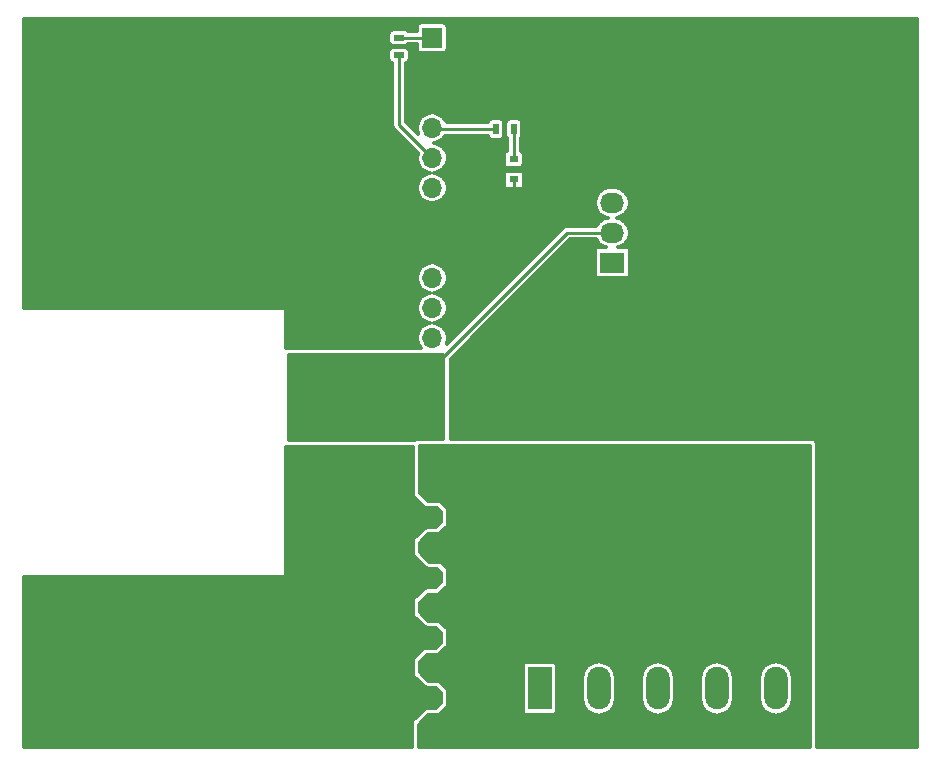
<source format=gtl>
G04 #@! TF.FileFunction,Copper,L1,Top,Signal*
%FSLAX46Y46*%
G04 Gerber Fmt 4.6, Leading zero omitted, Abs format (unit mm)*
G04 Created by KiCad (PCBNEW 4.0.7-e2-6376~58~ubuntu16.04.1) date Tue Jan 16 13:24:08 2018*
%MOMM*%
%LPD*%
G01*
G04 APERTURE LIST*
%ADD10C,0.100000*%
%ADD11R,1.700000X1.700000*%
%ADD12O,1.700000X1.700000*%
%ADD13R,0.900000X0.500000*%
%ADD14C,6.000000*%
%ADD15R,2.030000X1.730000*%
%ADD16O,2.030000X1.730000*%
%ADD17R,0.800000X0.600000*%
%ADD18R,0.500000X0.900000*%
%ADD19C,5.700000*%
%ADD20R,2.000000X3.600000*%
%ADD21O,2.000000X3.600000*%
%ADD22C,1.000000*%
%ADD23C,0.250000*%
%ADD24C,1.000000*%
%ADD25C,0.300000*%
G04 APERTURE END LIST*
D10*
D11*
X126000000Y-69000000D03*
D12*
X126000000Y-74080000D03*
X126000000Y-76620000D03*
X126000000Y-79160000D03*
X126000000Y-81700000D03*
X126000000Y-84240000D03*
X126000000Y-86780000D03*
X126000000Y-89320000D03*
X126000000Y-91860000D03*
X126000000Y-94400000D03*
X126000000Y-96940000D03*
X126000000Y-99480000D03*
X126000000Y-102020000D03*
X126000000Y-104560000D03*
X126000000Y-107100000D03*
X126000000Y-109640000D03*
X126000000Y-112180000D03*
X126000000Y-114720000D03*
X126000000Y-117260000D03*
X126000000Y-119800000D03*
X126000000Y-122340000D03*
X126000000Y-124880000D03*
X126000000Y-127420000D03*
D13*
X123200000Y-69000000D03*
X123200000Y-70500000D03*
D14*
X117500000Y-107000000D03*
X117500000Y-99500000D03*
D15*
X141250000Y-88040000D03*
D16*
X141250000Y-85500000D03*
X141250000Y-82960000D03*
D17*
X132900000Y-81000000D03*
X132900000Y-79300000D03*
D18*
X131400000Y-76750000D03*
X132900000Y-76750000D03*
D19*
X94750000Y-73250000D03*
X163750000Y-73250000D03*
X94750000Y-123250000D03*
X163750000Y-123250000D03*
D20*
X135100000Y-112000000D03*
D21*
X140100000Y-112000000D03*
X145100000Y-112000000D03*
X150100000Y-112000000D03*
X155100000Y-112000000D03*
D20*
X135100000Y-124100000D03*
D21*
X140100000Y-124100000D03*
X145100000Y-124100000D03*
X150100000Y-124100000D03*
X155100000Y-124100000D03*
D19*
X118300000Y-73250000D03*
D22*
X115000000Y-127000000D03*
X115000000Y-123000000D03*
X115000000Y-119000000D03*
X115000000Y-115000000D03*
X115000000Y-111000000D03*
X117000000Y-111000000D03*
X117000000Y-127000000D03*
X116000000Y-125000000D03*
X116000000Y-121000000D03*
X116000000Y-117000000D03*
X117000000Y-115000000D03*
X117000000Y-119000000D03*
X117000000Y-123000000D03*
X116000000Y-113000000D03*
X129000000Y-101000000D03*
X130000000Y-99000000D03*
X163000000Y-116000000D03*
X163000000Y-112000000D03*
X163000000Y-108000000D03*
X163000000Y-104000000D03*
X161000000Y-119000000D03*
X161000000Y-115000000D03*
X161000000Y-111000000D03*
X161000000Y-107000000D03*
X161000000Y-103000000D03*
X158000000Y-99000000D03*
X154000000Y-99000000D03*
X150000000Y-99000000D03*
X146000000Y-99000000D03*
X142000000Y-99000000D03*
X138000000Y-99000000D03*
X134000000Y-99000000D03*
X157000000Y-101000000D03*
X153000000Y-101000000D03*
X149000000Y-101000000D03*
X145000000Y-101000000D03*
X141000000Y-101000000D03*
X137000000Y-101000000D03*
X133000000Y-101000000D03*
X114400000Y-102200000D03*
X114400000Y-96800000D03*
X120800000Y-102200000D03*
X120800000Y-96800000D03*
D23*
X126000000Y-69000000D02*
X123200000Y-69000000D01*
X153000000Y-101000000D02*
X157000000Y-101000000D01*
X149000000Y-101000000D02*
X153000000Y-101000000D01*
X145000000Y-101000000D02*
X149000000Y-101000000D01*
X141000000Y-101000000D02*
X145000000Y-101000000D01*
X137000000Y-101000000D02*
X141000000Y-101000000D01*
X133000000Y-101000000D02*
X137000000Y-101000000D01*
X161000000Y-111000000D02*
X161000000Y-107000000D01*
X161000000Y-115000000D02*
X161000000Y-111000000D01*
X161000000Y-119000000D02*
X161000000Y-115000000D01*
X163000000Y-116000000D02*
X163000000Y-117000000D01*
X163000000Y-117000000D02*
X161000000Y-119000000D01*
X163000000Y-112000000D02*
X163000000Y-116000000D01*
X163000000Y-108000000D02*
X163000000Y-112000000D01*
X163000000Y-104000000D02*
X163000000Y-108000000D01*
X161000000Y-103000000D02*
X162000000Y-103000000D01*
X162000000Y-103000000D02*
X163000000Y-104000000D01*
X157000000Y-101000000D02*
X159000000Y-101000000D01*
X159000000Y-101000000D02*
X161000000Y-103000000D01*
X158000000Y-99000000D02*
X158000000Y-100000000D01*
X158000000Y-100000000D02*
X157000000Y-101000000D01*
X154000000Y-99000000D02*
X158000000Y-99000000D01*
X150000000Y-99000000D02*
X154000000Y-99000000D01*
X146000000Y-99000000D02*
X150000000Y-99000000D01*
X142000000Y-99000000D02*
X146000000Y-99000000D01*
X138000000Y-99000000D02*
X142000000Y-99000000D01*
X134000000Y-99000000D02*
X138000000Y-99000000D01*
X130000000Y-99000000D02*
X134000000Y-99000000D01*
X129000000Y-101000000D02*
X129000000Y-100000000D01*
X129000000Y-100000000D02*
X130000000Y-99000000D01*
X117000000Y-123000000D02*
X117000000Y-122000000D01*
X117000000Y-122000000D02*
X116000000Y-121000000D01*
X117000000Y-119000000D02*
X117000000Y-118000000D01*
X117000000Y-118000000D02*
X116000000Y-117000000D01*
X116000000Y-113000000D02*
X116000000Y-114000000D01*
X116000000Y-114000000D02*
X117000000Y-115000000D01*
X117500000Y-111242640D02*
X117242640Y-111242640D01*
X117242640Y-111242640D02*
X117000000Y-111000000D01*
X115000000Y-123000000D02*
X115000000Y-127000000D01*
X115000000Y-115000000D02*
X115000000Y-119000000D01*
X116000000Y-113000000D02*
X116000000Y-112000000D01*
X116000000Y-112000000D02*
X115000000Y-111000000D01*
X116000000Y-125000000D02*
X116000000Y-126000000D01*
X116000000Y-126000000D02*
X117000000Y-127000000D01*
X116000000Y-117000000D02*
X116000000Y-121000000D01*
X116000000Y-112742640D02*
X116000000Y-113000000D01*
X117500000Y-107000000D02*
X117500000Y-111242640D01*
X117500000Y-111242640D02*
X116000000Y-112742640D01*
X132900000Y-82000000D02*
X128240000Y-82000000D01*
X128240000Y-82000000D02*
X126000000Y-84240000D01*
X132900000Y-81000000D02*
X132900000Y-82000000D01*
X131400000Y-76750000D02*
X126130000Y-76750000D01*
X126130000Y-76750000D02*
X126000000Y-76620000D01*
X123200000Y-70500000D02*
X123200000Y-76360000D01*
X123200000Y-76360000D02*
X126000000Y-79160000D01*
X117500000Y-99500000D02*
X117100000Y-99500000D01*
X117100000Y-99500000D02*
X114400000Y-102200000D01*
X117500000Y-99500000D02*
X118100000Y-99500000D01*
X118300000Y-99700000D02*
X120800000Y-102200000D01*
X141250000Y-85500000D02*
X137440000Y-85500000D01*
X137440000Y-85500000D02*
X126000000Y-96940000D01*
D24*
X125980000Y-99500000D02*
X126000000Y-99480000D01*
D23*
X132900000Y-76750000D02*
X132900000Y-77450000D01*
X132900000Y-77450000D02*
X132900000Y-79300000D01*
D25*
G36*
X126950000Y-102950000D02*
X124800000Y-102950000D01*
X124636444Y-102980775D01*
X124528866Y-103050000D01*
X113850000Y-103050000D01*
X113850000Y-95850000D01*
X126950000Y-95850000D01*
X126950000Y-102950000D01*
X126950000Y-102950000D01*
G37*
X126950000Y-102950000D02*
X124800000Y-102950000D01*
X124636444Y-102980775D01*
X124528866Y-103050000D01*
X113850000Y-103050000D01*
X113850000Y-95850000D01*
X126950000Y-95850000D01*
X126950000Y-102950000D01*
G36*
X113700000Y-103650000D02*
X124350000Y-103650000D01*
X124350000Y-107600000D01*
X124383075Y-107769332D01*
X124481802Y-107918198D01*
X125281802Y-108718198D01*
X125424925Y-108814546D01*
X125600000Y-108850000D01*
X126413604Y-108850000D01*
X126750000Y-109186396D01*
X126750000Y-110013604D01*
X126313604Y-110450000D01*
X125600000Y-110450000D01*
X125430668Y-110483075D01*
X125281802Y-110581802D01*
X124481802Y-111381802D01*
X124385454Y-111524925D01*
X124350000Y-111700000D01*
X124350000Y-112600000D01*
X124383075Y-112769332D01*
X124481802Y-112918198D01*
X125381802Y-113818198D01*
X125524925Y-113914546D01*
X125700000Y-113950000D01*
X126413604Y-113950000D01*
X126750000Y-114286396D01*
X126750000Y-115113604D01*
X126313604Y-115550000D01*
X125600000Y-115550000D01*
X125430668Y-115583075D01*
X125281802Y-115681802D01*
X124481802Y-116481802D01*
X124385454Y-116624925D01*
X124350000Y-116800000D01*
X124350000Y-117700000D01*
X124383075Y-117869332D01*
X124481802Y-118018198D01*
X125281802Y-118818198D01*
X125424925Y-118914546D01*
X125600000Y-118950000D01*
X126313604Y-118950000D01*
X126750000Y-119386396D01*
X126750000Y-120213604D01*
X126313604Y-120650000D01*
X125500000Y-120650000D01*
X125330668Y-120683075D01*
X125181802Y-120781802D01*
X124481802Y-121481802D01*
X124385454Y-121624925D01*
X124350000Y-121800000D01*
X124350000Y-122800000D01*
X124383075Y-122969332D01*
X124481802Y-123118198D01*
X125281802Y-123918198D01*
X125424925Y-124014546D01*
X125600000Y-124050000D01*
X126313604Y-124050000D01*
X126750000Y-124486396D01*
X126750000Y-125313604D01*
X126313604Y-125750000D01*
X125600000Y-125750000D01*
X125430668Y-125783075D01*
X125281802Y-125881802D01*
X124381802Y-126781802D01*
X124285454Y-126924925D01*
X124250000Y-127100000D01*
X124250000Y-129050000D01*
X91450000Y-129050000D01*
X91450000Y-114650000D01*
X113500000Y-114650000D01*
X113554519Y-114639742D01*
X113604591Y-114607521D01*
X113638182Y-114558358D01*
X113650000Y-114500000D01*
X113650000Y-103639875D01*
X113700000Y-103650000D01*
X113700000Y-103650000D01*
G37*
X113700000Y-103650000D02*
X124350000Y-103650000D01*
X124350000Y-107600000D01*
X124383075Y-107769332D01*
X124481802Y-107918198D01*
X125281802Y-108718198D01*
X125424925Y-108814546D01*
X125600000Y-108850000D01*
X126413604Y-108850000D01*
X126750000Y-109186396D01*
X126750000Y-110013604D01*
X126313604Y-110450000D01*
X125600000Y-110450000D01*
X125430668Y-110483075D01*
X125281802Y-110581802D01*
X124481802Y-111381802D01*
X124385454Y-111524925D01*
X124350000Y-111700000D01*
X124350000Y-112600000D01*
X124383075Y-112769332D01*
X124481802Y-112918198D01*
X125381802Y-113818198D01*
X125524925Y-113914546D01*
X125700000Y-113950000D01*
X126413604Y-113950000D01*
X126750000Y-114286396D01*
X126750000Y-115113604D01*
X126313604Y-115550000D01*
X125600000Y-115550000D01*
X125430668Y-115583075D01*
X125281802Y-115681802D01*
X124481802Y-116481802D01*
X124385454Y-116624925D01*
X124350000Y-116800000D01*
X124350000Y-117700000D01*
X124383075Y-117869332D01*
X124481802Y-118018198D01*
X125281802Y-118818198D01*
X125424925Y-118914546D01*
X125600000Y-118950000D01*
X126313604Y-118950000D01*
X126750000Y-119386396D01*
X126750000Y-120213604D01*
X126313604Y-120650000D01*
X125500000Y-120650000D01*
X125330668Y-120683075D01*
X125181802Y-120781802D01*
X124481802Y-121481802D01*
X124385454Y-121624925D01*
X124350000Y-121800000D01*
X124350000Y-122800000D01*
X124383075Y-122969332D01*
X124481802Y-123118198D01*
X125281802Y-123918198D01*
X125424925Y-124014546D01*
X125600000Y-124050000D01*
X126313604Y-124050000D01*
X126750000Y-124486396D01*
X126750000Y-125313604D01*
X126313604Y-125750000D01*
X125600000Y-125750000D01*
X125430668Y-125783075D01*
X125281802Y-125881802D01*
X124381802Y-126781802D01*
X124285454Y-126924925D01*
X124250000Y-127100000D01*
X124250000Y-129050000D01*
X91450000Y-129050000D01*
X91450000Y-114650000D01*
X113500000Y-114650000D01*
X113554519Y-114639742D01*
X113604591Y-114607521D01*
X113638182Y-114558358D01*
X113650000Y-114500000D01*
X113650000Y-103639875D01*
X113700000Y-103650000D01*
G36*
X167050000Y-129050000D02*
X158550000Y-129050000D01*
X158550000Y-103400000D01*
X158519225Y-103236444D01*
X158422563Y-103086228D01*
X158275075Y-102985454D01*
X158100000Y-102950000D01*
X127550000Y-102950000D01*
X127550000Y-96203172D01*
X137678173Y-86075000D01*
X139904353Y-86075000D01*
X140141454Y-86429845D01*
X140568070Y-86714902D01*
X140744520Y-86750000D01*
X139900000Y-86750000D01*
X139845481Y-86760258D01*
X139795409Y-86792479D01*
X139761818Y-86841642D01*
X139750000Y-86900000D01*
X139750000Y-89200000D01*
X139760258Y-89254519D01*
X139792479Y-89304591D01*
X139841642Y-89338182D01*
X139900000Y-89350000D01*
X142600000Y-89350000D01*
X142654519Y-89339742D01*
X142704591Y-89307521D01*
X142738182Y-89258358D01*
X142750000Y-89200000D01*
X142750000Y-86900000D01*
X142739742Y-86845481D01*
X142707521Y-86795409D01*
X142658358Y-86761818D01*
X142600000Y-86750000D01*
X141755480Y-86750000D01*
X141931930Y-86714902D01*
X142358546Y-86429845D01*
X142643603Y-86003229D01*
X142743701Y-85500000D01*
X142643603Y-84996771D01*
X142358546Y-84570155D01*
X141931930Y-84285098D01*
X141654932Y-84230000D01*
X141931930Y-84174902D01*
X142358546Y-83889845D01*
X142643603Y-83463229D01*
X142743701Y-82960000D01*
X142643603Y-82456771D01*
X142358546Y-82030155D01*
X141931930Y-81745098D01*
X141428701Y-81645000D01*
X141071299Y-81645000D01*
X140568070Y-81745098D01*
X140141454Y-82030155D01*
X139856397Y-82456771D01*
X139756299Y-82960000D01*
X139856397Y-83463229D01*
X140141454Y-83889845D01*
X140568070Y-84174902D01*
X140845068Y-84230000D01*
X140568070Y-84285098D01*
X140141454Y-84570155D01*
X139904353Y-84925000D01*
X137440000Y-84925000D01*
X137219957Y-84968769D01*
X137033413Y-85093414D01*
X127220818Y-94906010D01*
X127226512Y-94897488D01*
X127325469Y-94400000D01*
X127226512Y-93902512D01*
X126944708Y-93480761D01*
X126522957Y-93198957D01*
X126176288Y-93130000D01*
X126522957Y-93061043D01*
X126944708Y-92779239D01*
X127226512Y-92357488D01*
X127325469Y-91860000D01*
X127226512Y-91362512D01*
X126944708Y-90940761D01*
X126522957Y-90658957D01*
X126176288Y-90590000D01*
X126522957Y-90521043D01*
X126944708Y-90239239D01*
X127226512Y-89817488D01*
X127325469Y-89320000D01*
X127226512Y-88822512D01*
X126944708Y-88400761D01*
X126522957Y-88118957D01*
X126025469Y-88020000D01*
X125974531Y-88020000D01*
X125477043Y-88118957D01*
X125055292Y-88400761D01*
X124773488Y-88822512D01*
X124674531Y-89320000D01*
X124773488Y-89817488D01*
X125055292Y-90239239D01*
X125477043Y-90521043D01*
X125823712Y-90590000D01*
X125477043Y-90658957D01*
X125055292Y-90940761D01*
X124773488Y-91362512D01*
X124674531Y-91860000D01*
X124773488Y-92357488D01*
X125055292Y-92779239D01*
X125477043Y-93061043D01*
X125823712Y-93130000D01*
X125477043Y-93198957D01*
X125055292Y-93480761D01*
X124773488Y-93902512D01*
X124674531Y-94400000D01*
X124773488Y-94897488D01*
X125009028Y-95250000D01*
X113700000Y-95250000D01*
X113650000Y-95259408D01*
X113650000Y-92000000D01*
X113639742Y-91945481D01*
X113607521Y-91895409D01*
X113558358Y-91861818D01*
X113500000Y-91850000D01*
X91450000Y-91850000D01*
X91450000Y-70250000D01*
X122291184Y-70250000D01*
X122291184Y-70750000D01*
X122322562Y-70916760D01*
X122421117Y-71069919D01*
X122571495Y-71172668D01*
X122625000Y-71183503D01*
X122625000Y-76360000D01*
X122668769Y-76580043D01*
X122793414Y-76766586D01*
X124759527Y-78732699D01*
X124674531Y-79160000D01*
X124773488Y-79657488D01*
X125055292Y-80079239D01*
X125477043Y-80361043D01*
X125823712Y-80430000D01*
X125477043Y-80498957D01*
X125055292Y-80780761D01*
X124773488Y-81202512D01*
X124674531Y-81700000D01*
X124773488Y-82197488D01*
X125055292Y-82619239D01*
X125477043Y-82901043D01*
X125974531Y-83000000D01*
X126025469Y-83000000D01*
X126522957Y-82901043D01*
X126944708Y-82619239D01*
X127226512Y-82197488D01*
X127325469Y-81700000D01*
X127226512Y-81202512D01*
X126944708Y-80780761D01*
X126522957Y-80498957D01*
X126176288Y-80430000D01*
X126213103Y-80422677D01*
X132050000Y-80422677D01*
X132050000Y-81622677D01*
X132060258Y-81677196D01*
X132092479Y-81727268D01*
X132141642Y-81760859D01*
X132200000Y-81772677D01*
X133600000Y-81772677D01*
X133654519Y-81762419D01*
X133704591Y-81730198D01*
X133738182Y-81681035D01*
X133750000Y-81622677D01*
X133750000Y-80422677D01*
X133739742Y-80368158D01*
X133707521Y-80318086D01*
X133658358Y-80284495D01*
X133600000Y-80272677D01*
X132200000Y-80272677D01*
X132145481Y-80282935D01*
X132095409Y-80315156D01*
X132061818Y-80364319D01*
X132050000Y-80422677D01*
X126213103Y-80422677D01*
X126522957Y-80361043D01*
X126944708Y-80079239D01*
X127226512Y-79657488D01*
X127325469Y-79160000D01*
X127293643Y-79000000D01*
X132041184Y-79000000D01*
X132041184Y-79600000D01*
X132072562Y-79766760D01*
X132171117Y-79919919D01*
X132321495Y-80022668D01*
X132500000Y-80058816D01*
X133300000Y-80058816D01*
X133466760Y-80027438D01*
X133619919Y-79928883D01*
X133722668Y-79778505D01*
X133758816Y-79600000D01*
X133758816Y-79000000D01*
X133727438Y-78833240D01*
X133628883Y-78680081D01*
X133478505Y-78577332D01*
X133475000Y-78576622D01*
X133475000Y-77521447D01*
X133572668Y-77378505D01*
X133608816Y-77200000D01*
X133608816Y-76300000D01*
X133577438Y-76133240D01*
X133478883Y-75980081D01*
X133328505Y-75877332D01*
X133150000Y-75841184D01*
X132650000Y-75841184D01*
X132483240Y-75872562D01*
X132330081Y-75971117D01*
X132227332Y-76121495D01*
X132191184Y-76300000D01*
X132191184Y-77200000D01*
X132222562Y-77366760D01*
X132321117Y-77519919D01*
X132325000Y-77522572D01*
X132325000Y-78577864D01*
X132180081Y-78671117D01*
X132077332Y-78821495D01*
X132041184Y-79000000D01*
X127293643Y-79000000D01*
X127226512Y-78662512D01*
X126944708Y-78240761D01*
X126522957Y-77958957D01*
X126176288Y-77890000D01*
X126522957Y-77821043D01*
X126944708Y-77539239D01*
X127087857Y-77325000D01*
X130714704Y-77325000D01*
X130722562Y-77366760D01*
X130821117Y-77519919D01*
X130971495Y-77622668D01*
X131150000Y-77658816D01*
X131650000Y-77658816D01*
X131816760Y-77627438D01*
X131969919Y-77528883D01*
X132072668Y-77378505D01*
X132108816Y-77200000D01*
X132108816Y-76300000D01*
X132077438Y-76133240D01*
X131978883Y-75980081D01*
X131828505Y-75877332D01*
X131650000Y-75841184D01*
X131150000Y-75841184D01*
X130983240Y-75872562D01*
X130830081Y-75971117D01*
X130727332Y-76121495D01*
X130716497Y-76175000D01*
X127236953Y-76175000D01*
X127226512Y-76122512D01*
X126944708Y-75700761D01*
X126522957Y-75418957D01*
X126025469Y-75320000D01*
X125974531Y-75320000D01*
X125477043Y-75418957D01*
X125055292Y-75700761D01*
X124773488Y-76122512D01*
X124674531Y-76620000D01*
X124773488Y-77117488D01*
X124779183Y-77126011D01*
X123775000Y-76121828D01*
X123775000Y-71185296D01*
X123816760Y-71177438D01*
X123969919Y-71078883D01*
X124072668Y-70928505D01*
X124108816Y-70750000D01*
X124108816Y-70250000D01*
X124077438Y-70083240D01*
X123978883Y-69930081D01*
X123828505Y-69827332D01*
X123650000Y-69791184D01*
X122750000Y-69791184D01*
X122583240Y-69822562D01*
X122430081Y-69921117D01*
X122327332Y-70071495D01*
X122291184Y-70250000D01*
X91450000Y-70250000D01*
X91450000Y-68750000D01*
X122291184Y-68750000D01*
X122291184Y-69250000D01*
X122322562Y-69416760D01*
X122421117Y-69569919D01*
X122571495Y-69672668D01*
X122750000Y-69708816D01*
X123650000Y-69708816D01*
X123816760Y-69677438D01*
X123969919Y-69578883D01*
X123972572Y-69575000D01*
X124691184Y-69575000D01*
X124691184Y-69850000D01*
X124722562Y-70016760D01*
X124821117Y-70169919D01*
X124971495Y-70272668D01*
X125150000Y-70308816D01*
X126850000Y-70308816D01*
X127016760Y-70277438D01*
X127169919Y-70178883D01*
X127272668Y-70028505D01*
X127308816Y-69850000D01*
X127308816Y-68150000D01*
X127277438Y-67983240D01*
X127178883Y-67830081D01*
X127028505Y-67727332D01*
X126850000Y-67691184D01*
X125150000Y-67691184D01*
X124983240Y-67722562D01*
X124830081Y-67821117D01*
X124727332Y-67971495D01*
X124691184Y-68150000D01*
X124691184Y-68425000D01*
X123971447Y-68425000D01*
X123828505Y-68327332D01*
X123650000Y-68291184D01*
X122750000Y-68291184D01*
X122583240Y-68322562D01*
X122430081Y-68421117D01*
X122327332Y-68571495D01*
X122291184Y-68750000D01*
X91450000Y-68750000D01*
X91450000Y-67450000D01*
X167050000Y-67450000D01*
X167050000Y-129050000D01*
X167050000Y-129050000D01*
G37*
X167050000Y-129050000D02*
X158550000Y-129050000D01*
X158550000Y-103400000D01*
X158519225Y-103236444D01*
X158422563Y-103086228D01*
X158275075Y-102985454D01*
X158100000Y-102950000D01*
X127550000Y-102950000D01*
X127550000Y-96203172D01*
X137678173Y-86075000D01*
X139904353Y-86075000D01*
X140141454Y-86429845D01*
X140568070Y-86714902D01*
X140744520Y-86750000D01*
X139900000Y-86750000D01*
X139845481Y-86760258D01*
X139795409Y-86792479D01*
X139761818Y-86841642D01*
X139750000Y-86900000D01*
X139750000Y-89200000D01*
X139760258Y-89254519D01*
X139792479Y-89304591D01*
X139841642Y-89338182D01*
X139900000Y-89350000D01*
X142600000Y-89350000D01*
X142654519Y-89339742D01*
X142704591Y-89307521D01*
X142738182Y-89258358D01*
X142750000Y-89200000D01*
X142750000Y-86900000D01*
X142739742Y-86845481D01*
X142707521Y-86795409D01*
X142658358Y-86761818D01*
X142600000Y-86750000D01*
X141755480Y-86750000D01*
X141931930Y-86714902D01*
X142358546Y-86429845D01*
X142643603Y-86003229D01*
X142743701Y-85500000D01*
X142643603Y-84996771D01*
X142358546Y-84570155D01*
X141931930Y-84285098D01*
X141654932Y-84230000D01*
X141931930Y-84174902D01*
X142358546Y-83889845D01*
X142643603Y-83463229D01*
X142743701Y-82960000D01*
X142643603Y-82456771D01*
X142358546Y-82030155D01*
X141931930Y-81745098D01*
X141428701Y-81645000D01*
X141071299Y-81645000D01*
X140568070Y-81745098D01*
X140141454Y-82030155D01*
X139856397Y-82456771D01*
X139756299Y-82960000D01*
X139856397Y-83463229D01*
X140141454Y-83889845D01*
X140568070Y-84174902D01*
X140845068Y-84230000D01*
X140568070Y-84285098D01*
X140141454Y-84570155D01*
X139904353Y-84925000D01*
X137440000Y-84925000D01*
X137219957Y-84968769D01*
X137033413Y-85093414D01*
X127220818Y-94906010D01*
X127226512Y-94897488D01*
X127325469Y-94400000D01*
X127226512Y-93902512D01*
X126944708Y-93480761D01*
X126522957Y-93198957D01*
X126176288Y-93130000D01*
X126522957Y-93061043D01*
X126944708Y-92779239D01*
X127226512Y-92357488D01*
X127325469Y-91860000D01*
X127226512Y-91362512D01*
X126944708Y-90940761D01*
X126522957Y-90658957D01*
X126176288Y-90590000D01*
X126522957Y-90521043D01*
X126944708Y-90239239D01*
X127226512Y-89817488D01*
X127325469Y-89320000D01*
X127226512Y-88822512D01*
X126944708Y-88400761D01*
X126522957Y-88118957D01*
X126025469Y-88020000D01*
X125974531Y-88020000D01*
X125477043Y-88118957D01*
X125055292Y-88400761D01*
X124773488Y-88822512D01*
X124674531Y-89320000D01*
X124773488Y-89817488D01*
X125055292Y-90239239D01*
X125477043Y-90521043D01*
X125823712Y-90590000D01*
X125477043Y-90658957D01*
X125055292Y-90940761D01*
X124773488Y-91362512D01*
X124674531Y-91860000D01*
X124773488Y-92357488D01*
X125055292Y-92779239D01*
X125477043Y-93061043D01*
X125823712Y-93130000D01*
X125477043Y-93198957D01*
X125055292Y-93480761D01*
X124773488Y-93902512D01*
X124674531Y-94400000D01*
X124773488Y-94897488D01*
X125009028Y-95250000D01*
X113700000Y-95250000D01*
X113650000Y-95259408D01*
X113650000Y-92000000D01*
X113639742Y-91945481D01*
X113607521Y-91895409D01*
X113558358Y-91861818D01*
X113500000Y-91850000D01*
X91450000Y-91850000D01*
X91450000Y-70250000D01*
X122291184Y-70250000D01*
X122291184Y-70750000D01*
X122322562Y-70916760D01*
X122421117Y-71069919D01*
X122571495Y-71172668D01*
X122625000Y-71183503D01*
X122625000Y-76360000D01*
X122668769Y-76580043D01*
X122793414Y-76766586D01*
X124759527Y-78732699D01*
X124674531Y-79160000D01*
X124773488Y-79657488D01*
X125055292Y-80079239D01*
X125477043Y-80361043D01*
X125823712Y-80430000D01*
X125477043Y-80498957D01*
X125055292Y-80780761D01*
X124773488Y-81202512D01*
X124674531Y-81700000D01*
X124773488Y-82197488D01*
X125055292Y-82619239D01*
X125477043Y-82901043D01*
X125974531Y-83000000D01*
X126025469Y-83000000D01*
X126522957Y-82901043D01*
X126944708Y-82619239D01*
X127226512Y-82197488D01*
X127325469Y-81700000D01*
X127226512Y-81202512D01*
X126944708Y-80780761D01*
X126522957Y-80498957D01*
X126176288Y-80430000D01*
X126213103Y-80422677D01*
X132050000Y-80422677D01*
X132050000Y-81622677D01*
X132060258Y-81677196D01*
X132092479Y-81727268D01*
X132141642Y-81760859D01*
X132200000Y-81772677D01*
X133600000Y-81772677D01*
X133654519Y-81762419D01*
X133704591Y-81730198D01*
X133738182Y-81681035D01*
X133750000Y-81622677D01*
X133750000Y-80422677D01*
X133739742Y-80368158D01*
X133707521Y-80318086D01*
X133658358Y-80284495D01*
X133600000Y-80272677D01*
X132200000Y-80272677D01*
X132145481Y-80282935D01*
X132095409Y-80315156D01*
X132061818Y-80364319D01*
X132050000Y-80422677D01*
X126213103Y-80422677D01*
X126522957Y-80361043D01*
X126944708Y-80079239D01*
X127226512Y-79657488D01*
X127325469Y-79160000D01*
X127293643Y-79000000D01*
X132041184Y-79000000D01*
X132041184Y-79600000D01*
X132072562Y-79766760D01*
X132171117Y-79919919D01*
X132321495Y-80022668D01*
X132500000Y-80058816D01*
X133300000Y-80058816D01*
X133466760Y-80027438D01*
X133619919Y-79928883D01*
X133722668Y-79778505D01*
X133758816Y-79600000D01*
X133758816Y-79000000D01*
X133727438Y-78833240D01*
X133628883Y-78680081D01*
X133478505Y-78577332D01*
X133475000Y-78576622D01*
X133475000Y-77521447D01*
X133572668Y-77378505D01*
X133608816Y-77200000D01*
X133608816Y-76300000D01*
X133577438Y-76133240D01*
X133478883Y-75980081D01*
X133328505Y-75877332D01*
X133150000Y-75841184D01*
X132650000Y-75841184D01*
X132483240Y-75872562D01*
X132330081Y-75971117D01*
X132227332Y-76121495D01*
X132191184Y-76300000D01*
X132191184Y-77200000D01*
X132222562Y-77366760D01*
X132321117Y-77519919D01*
X132325000Y-77522572D01*
X132325000Y-78577864D01*
X132180081Y-78671117D01*
X132077332Y-78821495D01*
X132041184Y-79000000D01*
X127293643Y-79000000D01*
X127226512Y-78662512D01*
X126944708Y-78240761D01*
X126522957Y-77958957D01*
X126176288Y-77890000D01*
X126522957Y-77821043D01*
X126944708Y-77539239D01*
X127087857Y-77325000D01*
X130714704Y-77325000D01*
X130722562Y-77366760D01*
X130821117Y-77519919D01*
X130971495Y-77622668D01*
X131150000Y-77658816D01*
X131650000Y-77658816D01*
X131816760Y-77627438D01*
X131969919Y-77528883D01*
X132072668Y-77378505D01*
X132108816Y-77200000D01*
X132108816Y-76300000D01*
X132077438Y-76133240D01*
X131978883Y-75980081D01*
X131828505Y-75877332D01*
X131650000Y-75841184D01*
X131150000Y-75841184D01*
X130983240Y-75872562D01*
X130830081Y-75971117D01*
X130727332Y-76121495D01*
X130716497Y-76175000D01*
X127236953Y-76175000D01*
X127226512Y-76122512D01*
X126944708Y-75700761D01*
X126522957Y-75418957D01*
X126025469Y-75320000D01*
X125974531Y-75320000D01*
X125477043Y-75418957D01*
X125055292Y-75700761D01*
X124773488Y-76122512D01*
X124674531Y-76620000D01*
X124773488Y-77117488D01*
X124779183Y-77126011D01*
X123775000Y-76121828D01*
X123775000Y-71185296D01*
X123816760Y-71177438D01*
X123969919Y-71078883D01*
X124072668Y-70928505D01*
X124108816Y-70750000D01*
X124108816Y-70250000D01*
X124077438Y-70083240D01*
X123978883Y-69930081D01*
X123828505Y-69827332D01*
X123650000Y-69791184D01*
X122750000Y-69791184D01*
X122583240Y-69822562D01*
X122430081Y-69921117D01*
X122327332Y-70071495D01*
X122291184Y-70250000D01*
X91450000Y-70250000D01*
X91450000Y-68750000D01*
X122291184Y-68750000D01*
X122291184Y-69250000D01*
X122322562Y-69416760D01*
X122421117Y-69569919D01*
X122571495Y-69672668D01*
X122750000Y-69708816D01*
X123650000Y-69708816D01*
X123816760Y-69677438D01*
X123969919Y-69578883D01*
X123972572Y-69575000D01*
X124691184Y-69575000D01*
X124691184Y-69850000D01*
X124722562Y-70016760D01*
X124821117Y-70169919D01*
X124971495Y-70272668D01*
X125150000Y-70308816D01*
X126850000Y-70308816D01*
X127016760Y-70277438D01*
X127169919Y-70178883D01*
X127272668Y-70028505D01*
X127308816Y-69850000D01*
X127308816Y-68150000D01*
X127277438Y-67983240D01*
X127178883Y-67830081D01*
X127028505Y-67727332D01*
X126850000Y-67691184D01*
X125150000Y-67691184D01*
X124983240Y-67722562D01*
X124830081Y-67821117D01*
X124727332Y-67971495D01*
X124691184Y-68150000D01*
X124691184Y-68425000D01*
X123971447Y-68425000D01*
X123828505Y-68327332D01*
X123650000Y-68291184D01*
X122750000Y-68291184D01*
X122583240Y-68322562D01*
X122430081Y-68421117D01*
X122327332Y-68571495D01*
X122291184Y-68750000D01*
X91450000Y-68750000D01*
X91450000Y-67450000D01*
X167050000Y-67450000D01*
X167050000Y-129050000D01*
G36*
X157950000Y-129050000D02*
X124850000Y-129050000D01*
X124850000Y-127162132D01*
X125662132Y-126350000D01*
X126500000Y-126350000D01*
X126558358Y-126338182D01*
X126606066Y-126306066D01*
X127306066Y-125606066D01*
X127338975Y-125556444D01*
X127350000Y-125500000D01*
X127350000Y-124300000D01*
X127338182Y-124241642D01*
X127306066Y-124193934D01*
X126606066Y-123493934D01*
X126556444Y-123461025D01*
X126500000Y-123450000D01*
X125662132Y-123450000D01*
X124950000Y-122737868D01*
X124950000Y-122300000D01*
X133641184Y-122300000D01*
X133641184Y-125900000D01*
X133672562Y-126066760D01*
X133771117Y-126219919D01*
X133921495Y-126322668D01*
X134100000Y-126358816D01*
X136100000Y-126358816D01*
X136266760Y-126327438D01*
X136419919Y-126228883D01*
X136522668Y-126078505D01*
X136558816Y-125900000D01*
X136558816Y-123255920D01*
X138650000Y-123255920D01*
X138650000Y-124944080D01*
X138760375Y-125498971D01*
X139074695Y-125969385D01*
X139545109Y-126283705D01*
X140100000Y-126394080D01*
X140654891Y-126283705D01*
X141125305Y-125969385D01*
X141439625Y-125498971D01*
X141550000Y-124944080D01*
X141550000Y-123255920D01*
X143650000Y-123255920D01*
X143650000Y-124944080D01*
X143760375Y-125498971D01*
X144074695Y-125969385D01*
X144545109Y-126283705D01*
X145100000Y-126394080D01*
X145654891Y-126283705D01*
X146125305Y-125969385D01*
X146439625Y-125498971D01*
X146550000Y-124944080D01*
X146550000Y-123255920D01*
X148650000Y-123255920D01*
X148650000Y-124944080D01*
X148760375Y-125498971D01*
X149074695Y-125969385D01*
X149545109Y-126283705D01*
X150100000Y-126394080D01*
X150654891Y-126283705D01*
X151125305Y-125969385D01*
X151439625Y-125498971D01*
X151550000Y-124944080D01*
X151550000Y-123255920D01*
X153650000Y-123255920D01*
X153650000Y-124944080D01*
X153760375Y-125498971D01*
X154074695Y-125969385D01*
X154545109Y-126283705D01*
X155100000Y-126394080D01*
X155654891Y-126283705D01*
X156125305Y-125969385D01*
X156439625Y-125498971D01*
X156550000Y-124944080D01*
X156550000Y-123255920D01*
X156439625Y-122701029D01*
X156125305Y-122230615D01*
X155654891Y-121916295D01*
X155100000Y-121805920D01*
X154545109Y-121916295D01*
X154074695Y-122230615D01*
X153760375Y-122701029D01*
X153650000Y-123255920D01*
X151550000Y-123255920D01*
X151439625Y-122701029D01*
X151125305Y-122230615D01*
X150654891Y-121916295D01*
X150100000Y-121805920D01*
X149545109Y-121916295D01*
X149074695Y-122230615D01*
X148760375Y-122701029D01*
X148650000Y-123255920D01*
X146550000Y-123255920D01*
X146439625Y-122701029D01*
X146125305Y-122230615D01*
X145654891Y-121916295D01*
X145100000Y-121805920D01*
X144545109Y-121916295D01*
X144074695Y-122230615D01*
X143760375Y-122701029D01*
X143650000Y-123255920D01*
X141550000Y-123255920D01*
X141439625Y-122701029D01*
X141125305Y-122230615D01*
X140654891Y-121916295D01*
X140100000Y-121805920D01*
X139545109Y-121916295D01*
X139074695Y-122230615D01*
X138760375Y-122701029D01*
X138650000Y-123255920D01*
X136558816Y-123255920D01*
X136558816Y-122300000D01*
X136527438Y-122133240D01*
X136428883Y-121980081D01*
X136278505Y-121877332D01*
X136100000Y-121841184D01*
X134100000Y-121841184D01*
X133933240Y-121872562D01*
X133780081Y-121971117D01*
X133677332Y-122121495D01*
X133641184Y-122300000D01*
X124950000Y-122300000D01*
X124950000Y-121862132D01*
X125562132Y-121250000D01*
X126500000Y-121250000D01*
X126558358Y-121238182D01*
X126606066Y-121206066D01*
X127306066Y-120506066D01*
X127338975Y-120456444D01*
X127350000Y-120400000D01*
X127350000Y-119200000D01*
X127338182Y-119141642D01*
X127306066Y-119093934D01*
X126606066Y-118393934D01*
X126556444Y-118361025D01*
X126500000Y-118350000D01*
X125662132Y-118350000D01*
X124950000Y-117637868D01*
X124950000Y-116862132D01*
X125662132Y-116150000D01*
X126500000Y-116150000D01*
X126558358Y-116138182D01*
X126606066Y-116106066D01*
X127306066Y-115406066D01*
X127338975Y-115356444D01*
X127350000Y-115300000D01*
X127350000Y-114100000D01*
X127338182Y-114041642D01*
X127306066Y-113993934D01*
X126706066Y-113393934D01*
X126656444Y-113361025D01*
X126600000Y-113350000D01*
X125762132Y-113350000D01*
X124950000Y-112537868D01*
X124950000Y-111762132D01*
X125662132Y-111050000D01*
X126500000Y-111050000D01*
X126558358Y-111038182D01*
X126606066Y-111006066D01*
X127306066Y-110306066D01*
X127338975Y-110256444D01*
X127350000Y-110200000D01*
X127350000Y-109000000D01*
X127338182Y-108941642D01*
X127306066Y-108893934D01*
X126706066Y-108293934D01*
X126656444Y-108261025D01*
X126600000Y-108250000D01*
X125662132Y-108250000D01*
X124950000Y-107537868D01*
X124950000Y-103550000D01*
X157950000Y-103550000D01*
X157950000Y-129050000D01*
X157950000Y-129050000D01*
G37*
X157950000Y-129050000D02*
X124850000Y-129050000D01*
X124850000Y-127162132D01*
X125662132Y-126350000D01*
X126500000Y-126350000D01*
X126558358Y-126338182D01*
X126606066Y-126306066D01*
X127306066Y-125606066D01*
X127338975Y-125556444D01*
X127350000Y-125500000D01*
X127350000Y-124300000D01*
X127338182Y-124241642D01*
X127306066Y-124193934D01*
X126606066Y-123493934D01*
X126556444Y-123461025D01*
X126500000Y-123450000D01*
X125662132Y-123450000D01*
X124950000Y-122737868D01*
X124950000Y-122300000D01*
X133641184Y-122300000D01*
X133641184Y-125900000D01*
X133672562Y-126066760D01*
X133771117Y-126219919D01*
X133921495Y-126322668D01*
X134100000Y-126358816D01*
X136100000Y-126358816D01*
X136266760Y-126327438D01*
X136419919Y-126228883D01*
X136522668Y-126078505D01*
X136558816Y-125900000D01*
X136558816Y-123255920D01*
X138650000Y-123255920D01*
X138650000Y-124944080D01*
X138760375Y-125498971D01*
X139074695Y-125969385D01*
X139545109Y-126283705D01*
X140100000Y-126394080D01*
X140654891Y-126283705D01*
X141125305Y-125969385D01*
X141439625Y-125498971D01*
X141550000Y-124944080D01*
X141550000Y-123255920D01*
X143650000Y-123255920D01*
X143650000Y-124944080D01*
X143760375Y-125498971D01*
X144074695Y-125969385D01*
X144545109Y-126283705D01*
X145100000Y-126394080D01*
X145654891Y-126283705D01*
X146125305Y-125969385D01*
X146439625Y-125498971D01*
X146550000Y-124944080D01*
X146550000Y-123255920D01*
X148650000Y-123255920D01*
X148650000Y-124944080D01*
X148760375Y-125498971D01*
X149074695Y-125969385D01*
X149545109Y-126283705D01*
X150100000Y-126394080D01*
X150654891Y-126283705D01*
X151125305Y-125969385D01*
X151439625Y-125498971D01*
X151550000Y-124944080D01*
X151550000Y-123255920D01*
X153650000Y-123255920D01*
X153650000Y-124944080D01*
X153760375Y-125498971D01*
X154074695Y-125969385D01*
X154545109Y-126283705D01*
X155100000Y-126394080D01*
X155654891Y-126283705D01*
X156125305Y-125969385D01*
X156439625Y-125498971D01*
X156550000Y-124944080D01*
X156550000Y-123255920D01*
X156439625Y-122701029D01*
X156125305Y-122230615D01*
X155654891Y-121916295D01*
X155100000Y-121805920D01*
X154545109Y-121916295D01*
X154074695Y-122230615D01*
X153760375Y-122701029D01*
X153650000Y-123255920D01*
X151550000Y-123255920D01*
X151439625Y-122701029D01*
X151125305Y-122230615D01*
X150654891Y-121916295D01*
X150100000Y-121805920D01*
X149545109Y-121916295D01*
X149074695Y-122230615D01*
X148760375Y-122701029D01*
X148650000Y-123255920D01*
X146550000Y-123255920D01*
X146439625Y-122701029D01*
X146125305Y-122230615D01*
X145654891Y-121916295D01*
X145100000Y-121805920D01*
X144545109Y-121916295D01*
X144074695Y-122230615D01*
X143760375Y-122701029D01*
X143650000Y-123255920D01*
X141550000Y-123255920D01*
X141439625Y-122701029D01*
X141125305Y-122230615D01*
X140654891Y-121916295D01*
X140100000Y-121805920D01*
X139545109Y-121916295D01*
X139074695Y-122230615D01*
X138760375Y-122701029D01*
X138650000Y-123255920D01*
X136558816Y-123255920D01*
X136558816Y-122300000D01*
X136527438Y-122133240D01*
X136428883Y-121980081D01*
X136278505Y-121877332D01*
X136100000Y-121841184D01*
X134100000Y-121841184D01*
X133933240Y-121872562D01*
X133780081Y-121971117D01*
X133677332Y-122121495D01*
X133641184Y-122300000D01*
X124950000Y-122300000D01*
X124950000Y-121862132D01*
X125562132Y-121250000D01*
X126500000Y-121250000D01*
X126558358Y-121238182D01*
X126606066Y-121206066D01*
X127306066Y-120506066D01*
X127338975Y-120456444D01*
X127350000Y-120400000D01*
X127350000Y-119200000D01*
X127338182Y-119141642D01*
X127306066Y-119093934D01*
X126606066Y-118393934D01*
X126556444Y-118361025D01*
X126500000Y-118350000D01*
X125662132Y-118350000D01*
X124950000Y-117637868D01*
X124950000Y-116862132D01*
X125662132Y-116150000D01*
X126500000Y-116150000D01*
X126558358Y-116138182D01*
X126606066Y-116106066D01*
X127306066Y-115406066D01*
X127338975Y-115356444D01*
X127350000Y-115300000D01*
X127350000Y-114100000D01*
X127338182Y-114041642D01*
X127306066Y-113993934D01*
X126706066Y-113393934D01*
X126656444Y-113361025D01*
X126600000Y-113350000D01*
X125762132Y-113350000D01*
X124950000Y-112537868D01*
X124950000Y-111762132D01*
X125662132Y-111050000D01*
X126500000Y-111050000D01*
X126558358Y-111038182D01*
X126606066Y-111006066D01*
X127306066Y-110306066D01*
X127338975Y-110256444D01*
X127350000Y-110200000D01*
X127350000Y-109000000D01*
X127338182Y-108941642D01*
X127306066Y-108893934D01*
X126706066Y-108293934D01*
X126656444Y-108261025D01*
X126600000Y-108250000D01*
X125662132Y-108250000D01*
X124950000Y-107537868D01*
X124950000Y-103550000D01*
X157950000Y-103550000D01*
X157950000Y-129050000D01*
M02*

</source>
